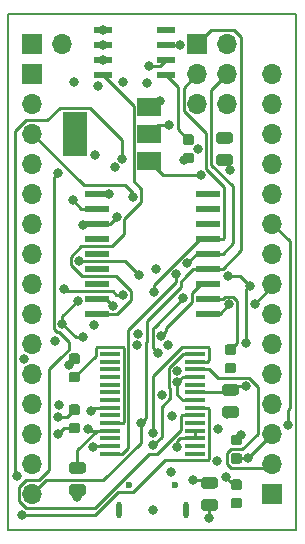
<source format=gbr>
%TF.GenerationSoftware,KiCad,Pcbnew,(5.0.2)-1*%
%TF.CreationDate,2020-12-10T22:03:50+01:00*%
%TF.ProjectId,canduino,63616e64-7569-46e6-9f2e-6b696361645f,rev?*%
%TF.SameCoordinates,Original*%
%TF.FileFunction,Copper,L4,Bot*%
%TF.FilePolarity,Positive*%
%FSLAX46Y46*%
G04 Gerber Fmt 4.6, Leading zero omitted, Abs format (unit mm)*
G04 Created by KiCad (PCBNEW (5.0.2)-1) date 10.12.2020 22:03:50*
%MOMM*%
%LPD*%
G01*
G04 APERTURE LIST*
%ADD10C,0.200000*%
%ADD11O,1.700000X1.700000*%
%ADD12R,1.700000X1.700000*%
%ADD13C,0.100000*%
%ADD14C,0.975000*%
%ADD15C,0.875000*%
%ADD16C,0.600000*%
%ADD17O,0.450000X1.450000*%
%ADD18R,2.000000X0.600000*%
%ADD19R,1.550000X0.600000*%
%ADD20R,2.000000X3.800000*%
%ADD21R,2.000000X1.500000*%
%ADD22R,1.750000X0.450000*%
%ADD23C,0.800000*%
%ADD24C,0.250000*%
G04 APERTURE END LIST*
D10*
X76708000Y-63500000D02*
X101092000Y-63500000D01*
X76708000Y-107188000D02*
X76708000Y-63500000D01*
X101092000Y-107188000D02*
X76708000Y-107188000D01*
X101092000Y-63500000D02*
X101092000Y-107188000D01*
D11*
X99060000Y-68580000D03*
X99060000Y-71120000D03*
X99060000Y-73660000D03*
X99060000Y-76200000D03*
X99060000Y-78740000D03*
X99060000Y-81280000D03*
X99060000Y-83820000D03*
X99060000Y-86360000D03*
X99060000Y-88900000D03*
X99060000Y-91440000D03*
X99060000Y-93980000D03*
X99060000Y-96520000D03*
X99060000Y-99060000D03*
X99060000Y-101600000D03*
D12*
X99060000Y-104140000D03*
X78740000Y-68580000D03*
D11*
X78740000Y-71120000D03*
X78740000Y-73660000D03*
X78740000Y-76200000D03*
X78740000Y-78740000D03*
X78740000Y-81280000D03*
X78740000Y-83820000D03*
X78740000Y-86360000D03*
X78740000Y-88900000D03*
X78740000Y-91440000D03*
X78740000Y-93980000D03*
X78740000Y-96520000D03*
X78740000Y-99060000D03*
X78740000Y-101600000D03*
X78740000Y-104140000D03*
D13*
G36*
X95476142Y-75381174D02*
X95499803Y-75384684D01*
X95523007Y-75390496D01*
X95545529Y-75398554D01*
X95567153Y-75408782D01*
X95587670Y-75421079D01*
X95606883Y-75435329D01*
X95624607Y-75451393D01*
X95640671Y-75469117D01*
X95654921Y-75488330D01*
X95667218Y-75508847D01*
X95677446Y-75530471D01*
X95685504Y-75552993D01*
X95691316Y-75576197D01*
X95694826Y-75599858D01*
X95696000Y-75623750D01*
X95696000Y-76111250D01*
X95694826Y-76135142D01*
X95691316Y-76158803D01*
X95685504Y-76182007D01*
X95677446Y-76204529D01*
X95667218Y-76226153D01*
X95654921Y-76246670D01*
X95640671Y-76265883D01*
X95624607Y-76283607D01*
X95606883Y-76299671D01*
X95587670Y-76313921D01*
X95567153Y-76326218D01*
X95545529Y-76336446D01*
X95523007Y-76344504D01*
X95499803Y-76350316D01*
X95476142Y-76353826D01*
X95452250Y-76355000D01*
X94539750Y-76355000D01*
X94515858Y-76353826D01*
X94492197Y-76350316D01*
X94468993Y-76344504D01*
X94446471Y-76336446D01*
X94424847Y-76326218D01*
X94404330Y-76313921D01*
X94385117Y-76299671D01*
X94367393Y-76283607D01*
X94351329Y-76265883D01*
X94337079Y-76246670D01*
X94324782Y-76226153D01*
X94314554Y-76204529D01*
X94306496Y-76182007D01*
X94300684Y-76158803D01*
X94297174Y-76135142D01*
X94296000Y-76111250D01*
X94296000Y-75623750D01*
X94297174Y-75599858D01*
X94300684Y-75576197D01*
X94306496Y-75552993D01*
X94314554Y-75530471D01*
X94324782Y-75508847D01*
X94337079Y-75488330D01*
X94351329Y-75469117D01*
X94367393Y-75451393D01*
X94385117Y-75435329D01*
X94404330Y-75421079D01*
X94424847Y-75408782D01*
X94446471Y-75398554D01*
X94468993Y-75390496D01*
X94492197Y-75384684D01*
X94515858Y-75381174D01*
X94539750Y-75380000D01*
X95452250Y-75380000D01*
X95476142Y-75381174D01*
X95476142Y-75381174D01*
G37*
D14*
X94996000Y-75867500D03*
D13*
G36*
X95476142Y-73506174D02*
X95499803Y-73509684D01*
X95523007Y-73515496D01*
X95545529Y-73523554D01*
X95567153Y-73533782D01*
X95587670Y-73546079D01*
X95606883Y-73560329D01*
X95624607Y-73576393D01*
X95640671Y-73594117D01*
X95654921Y-73613330D01*
X95667218Y-73633847D01*
X95677446Y-73655471D01*
X95685504Y-73677993D01*
X95691316Y-73701197D01*
X95694826Y-73724858D01*
X95696000Y-73748750D01*
X95696000Y-74236250D01*
X95694826Y-74260142D01*
X95691316Y-74283803D01*
X95685504Y-74307007D01*
X95677446Y-74329529D01*
X95667218Y-74351153D01*
X95654921Y-74371670D01*
X95640671Y-74390883D01*
X95624607Y-74408607D01*
X95606883Y-74424671D01*
X95587670Y-74438921D01*
X95567153Y-74451218D01*
X95545529Y-74461446D01*
X95523007Y-74469504D01*
X95499803Y-74475316D01*
X95476142Y-74478826D01*
X95452250Y-74480000D01*
X94539750Y-74480000D01*
X94515858Y-74478826D01*
X94492197Y-74475316D01*
X94468993Y-74469504D01*
X94446471Y-74461446D01*
X94424847Y-74451218D01*
X94404330Y-74438921D01*
X94385117Y-74424671D01*
X94367393Y-74408607D01*
X94351329Y-74390883D01*
X94337079Y-74371670D01*
X94324782Y-74351153D01*
X94314554Y-74329529D01*
X94306496Y-74307007D01*
X94300684Y-74283803D01*
X94297174Y-74260142D01*
X94296000Y-74236250D01*
X94296000Y-73748750D01*
X94297174Y-73724858D01*
X94300684Y-73701197D01*
X94306496Y-73677993D01*
X94314554Y-73655471D01*
X94324782Y-73633847D01*
X94337079Y-73613330D01*
X94351329Y-73594117D01*
X94367393Y-73576393D01*
X94385117Y-73560329D01*
X94404330Y-73546079D01*
X94424847Y-73533782D01*
X94446471Y-73523554D01*
X94468993Y-73515496D01*
X94492197Y-73509684D01*
X94515858Y-73506174D01*
X94539750Y-73505000D01*
X95452250Y-73505000D01*
X95476142Y-73506174D01*
X95476142Y-73506174D01*
G37*
D14*
X94996000Y-73992500D03*
D13*
G36*
X96289691Y-100706553D02*
X96310926Y-100709703D01*
X96331750Y-100714919D01*
X96351962Y-100722151D01*
X96371368Y-100731330D01*
X96389781Y-100742366D01*
X96407024Y-100755154D01*
X96422930Y-100769570D01*
X96437346Y-100785476D01*
X96450134Y-100802719D01*
X96461170Y-100821132D01*
X96470349Y-100840538D01*
X96477581Y-100860750D01*
X96482797Y-100881574D01*
X96485947Y-100902809D01*
X96487000Y-100924250D01*
X96487000Y-101361750D01*
X96485947Y-101383191D01*
X96482797Y-101404426D01*
X96477581Y-101425250D01*
X96470349Y-101445462D01*
X96461170Y-101464868D01*
X96450134Y-101483281D01*
X96437346Y-101500524D01*
X96422930Y-101516430D01*
X96407024Y-101530846D01*
X96389781Y-101543634D01*
X96371368Y-101554670D01*
X96351962Y-101563849D01*
X96331750Y-101571081D01*
X96310926Y-101576297D01*
X96289691Y-101579447D01*
X96268250Y-101580500D01*
X95755750Y-101580500D01*
X95734309Y-101579447D01*
X95713074Y-101576297D01*
X95692250Y-101571081D01*
X95672038Y-101563849D01*
X95652632Y-101554670D01*
X95634219Y-101543634D01*
X95616976Y-101530846D01*
X95601070Y-101516430D01*
X95586654Y-101500524D01*
X95573866Y-101483281D01*
X95562830Y-101464868D01*
X95553651Y-101445462D01*
X95546419Y-101425250D01*
X95541203Y-101404426D01*
X95538053Y-101383191D01*
X95537000Y-101361750D01*
X95537000Y-100924250D01*
X95538053Y-100902809D01*
X95541203Y-100881574D01*
X95546419Y-100860750D01*
X95553651Y-100840538D01*
X95562830Y-100821132D01*
X95573866Y-100802719D01*
X95586654Y-100785476D01*
X95601070Y-100769570D01*
X95616976Y-100755154D01*
X95634219Y-100742366D01*
X95652632Y-100731330D01*
X95672038Y-100722151D01*
X95692250Y-100714919D01*
X95713074Y-100709703D01*
X95734309Y-100706553D01*
X95755750Y-100705500D01*
X96268250Y-100705500D01*
X96289691Y-100706553D01*
X96289691Y-100706553D01*
G37*
D15*
X96012000Y-101143000D03*
D13*
G36*
X96289691Y-99131553D02*
X96310926Y-99134703D01*
X96331750Y-99139919D01*
X96351962Y-99147151D01*
X96371368Y-99156330D01*
X96389781Y-99167366D01*
X96407024Y-99180154D01*
X96422930Y-99194570D01*
X96437346Y-99210476D01*
X96450134Y-99227719D01*
X96461170Y-99246132D01*
X96470349Y-99265538D01*
X96477581Y-99285750D01*
X96482797Y-99306574D01*
X96485947Y-99327809D01*
X96487000Y-99349250D01*
X96487000Y-99786750D01*
X96485947Y-99808191D01*
X96482797Y-99829426D01*
X96477581Y-99850250D01*
X96470349Y-99870462D01*
X96461170Y-99889868D01*
X96450134Y-99908281D01*
X96437346Y-99925524D01*
X96422930Y-99941430D01*
X96407024Y-99955846D01*
X96389781Y-99968634D01*
X96371368Y-99979670D01*
X96351962Y-99988849D01*
X96331750Y-99996081D01*
X96310926Y-100001297D01*
X96289691Y-100004447D01*
X96268250Y-100005500D01*
X95755750Y-100005500D01*
X95734309Y-100004447D01*
X95713074Y-100001297D01*
X95692250Y-99996081D01*
X95672038Y-99988849D01*
X95652632Y-99979670D01*
X95634219Y-99968634D01*
X95616976Y-99955846D01*
X95601070Y-99941430D01*
X95586654Y-99925524D01*
X95573866Y-99908281D01*
X95562830Y-99889868D01*
X95553651Y-99870462D01*
X95546419Y-99850250D01*
X95541203Y-99829426D01*
X95538053Y-99808191D01*
X95537000Y-99786750D01*
X95537000Y-99349250D01*
X95538053Y-99327809D01*
X95541203Y-99306574D01*
X95546419Y-99285750D01*
X95553651Y-99265538D01*
X95562830Y-99246132D01*
X95573866Y-99227719D01*
X95586654Y-99210476D01*
X95601070Y-99194570D01*
X95616976Y-99180154D01*
X95634219Y-99167366D01*
X95652632Y-99156330D01*
X95672038Y-99147151D01*
X95692250Y-99139919D01*
X95713074Y-99134703D01*
X95734309Y-99131553D01*
X95755750Y-99130500D01*
X96268250Y-99130500D01*
X96289691Y-99131553D01*
X96289691Y-99131553D01*
G37*
D15*
X96012000Y-99568000D03*
D13*
G36*
X83030142Y-101446174D02*
X83053803Y-101449684D01*
X83077007Y-101455496D01*
X83099529Y-101463554D01*
X83121153Y-101473782D01*
X83141670Y-101486079D01*
X83160883Y-101500329D01*
X83178607Y-101516393D01*
X83194671Y-101534117D01*
X83208921Y-101553330D01*
X83221218Y-101573847D01*
X83231446Y-101595471D01*
X83239504Y-101617993D01*
X83245316Y-101641197D01*
X83248826Y-101664858D01*
X83250000Y-101688750D01*
X83250000Y-102176250D01*
X83248826Y-102200142D01*
X83245316Y-102223803D01*
X83239504Y-102247007D01*
X83231446Y-102269529D01*
X83221218Y-102291153D01*
X83208921Y-102311670D01*
X83194671Y-102330883D01*
X83178607Y-102348607D01*
X83160883Y-102364671D01*
X83141670Y-102378921D01*
X83121153Y-102391218D01*
X83099529Y-102401446D01*
X83077007Y-102409504D01*
X83053803Y-102415316D01*
X83030142Y-102418826D01*
X83006250Y-102420000D01*
X82093750Y-102420000D01*
X82069858Y-102418826D01*
X82046197Y-102415316D01*
X82022993Y-102409504D01*
X82000471Y-102401446D01*
X81978847Y-102391218D01*
X81958330Y-102378921D01*
X81939117Y-102364671D01*
X81921393Y-102348607D01*
X81905329Y-102330883D01*
X81891079Y-102311670D01*
X81878782Y-102291153D01*
X81868554Y-102269529D01*
X81860496Y-102247007D01*
X81854684Y-102223803D01*
X81851174Y-102200142D01*
X81850000Y-102176250D01*
X81850000Y-101688750D01*
X81851174Y-101664858D01*
X81854684Y-101641197D01*
X81860496Y-101617993D01*
X81868554Y-101595471D01*
X81878782Y-101573847D01*
X81891079Y-101553330D01*
X81905329Y-101534117D01*
X81921393Y-101516393D01*
X81939117Y-101500329D01*
X81958330Y-101486079D01*
X81978847Y-101473782D01*
X82000471Y-101463554D01*
X82022993Y-101455496D01*
X82046197Y-101449684D01*
X82069858Y-101446174D01*
X82093750Y-101445000D01*
X83006250Y-101445000D01*
X83030142Y-101446174D01*
X83030142Y-101446174D01*
G37*
D14*
X82550000Y-101932500D03*
D13*
G36*
X83030142Y-103321174D02*
X83053803Y-103324684D01*
X83077007Y-103330496D01*
X83099529Y-103338554D01*
X83121153Y-103348782D01*
X83141670Y-103361079D01*
X83160883Y-103375329D01*
X83178607Y-103391393D01*
X83194671Y-103409117D01*
X83208921Y-103428330D01*
X83221218Y-103448847D01*
X83231446Y-103470471D01*
X83239504Y-103492993D01*
X83245316Y-103516197D01*
X83248826Y-103539858D01*
X83250000Y-103563750D01*
X83250000Y-104051250D01*
X83248826Y-104075142D01*
X83245316Y-104098803D01*
X83239504Y-104122007D01*
X83231446Y-104144529D01*
X83221218Y-104166153D01*
X83208921Y-104186670D01*
X83194671Y-104205883D01*
X83178607Y-104223607D01*
X83160883Y-104239671D01*
X83141670Y-104253921D01*
X83121153Y-104266218D01*
X83099529Y-104276446D01*
X83077007Y-104284504D01*
X83053803Y-104290316D01*
X83030142Y-104293826D01*
X83006250Y-104295000D01*
X82093750Y-104295000D01*
X82069858Y-104293826D01*
X82046197Y-104290316D01*
X82022993Y-104284504D01*
X82000471Y-104276446D01*
X81978847Y-104266218D01*
X81958330Y-104253921D01*
X81939117Y-104239671D01*
X81921393Y-104223607D01*
X81905329Y-104205883D01*
X81891079Y-104186670D01*
X81878782Y-104166153D01*
X81868554Y-104144529D01*
X81860496Y-104122007D01*
X81854684Y-104098803D01*
X81851174Y-104075142D01*
X81850000Y-104051250D01*
X81850000Y-103563750D01*
X81851174Y-103539858D01*
X81854684Y-103516197D01*
X81860496Y-103492993D01*
X81868554Y-103470471D01*
X81878782Y-103448847D01*
X81891079Y-103428330D01*
X81905329Y-103409117D01*
X81921393Y-103391393D01*
X81939117Y-103375329D01*
X81958330Y-103361079D01*
X81978847Y-103348782D01*
X82000471Y-103338554D01*
X82022993Y-103330496D01*
X82046197Y-103324684D01*
X82069858Y-103321174D01*
X82093750Y-103320000D01*
X83006250Y-103320000D01*
X83030142Y-103321174D01*
X83030142Y-103321174D01*
G37*
D14*
X82550000Y-103807500D03*
D13*
G36*
X95984142Y-96717174D02*
X96007803Y-96720684D01*
X96031007Y-96726496D01*
X96053529Y-96734554D01*
X96075153Y-96744782D01*
X96095670Y-96757079D01*
X96114883Y-96771329D01*
X96132607Y-96787393D01*
X96148671Y-96805117D01*
X96162921Y-96824330D01*
X96175218Y-96844847D01*
X96185446Y-96866471D01*
X96193504Y-96888993D01*
X96199316Y-96912197D01*
X96202826Y-96935858D01*
X96204000Y-96959750D01*
X96204000Y-97447250D01*
X96202826Y-97471142D01*
X96199316Y-97494803D01*
X96193504Y-97518007D01*
X96185446Y-97540529D01*
X96175218Y-97562153D01*
X96162921Y-97582670D01*
X96148671Y-97601883D01*
X96132607Y-97619607D01*
X96114883Y-97635671D01*
X96095670Y-97649921D01*
X96075153Y-97662218D01*
X96053529Y-97672446D01*
X96031007Y-97680504D01*
X96007803Y-97686316D01*
X95984142Y-97689826D01*
X95960250Y-97691000D01*
X95047750Y-97691000D01*
X95023858Y-97689826D01*
X95000197Y-97686316D01*
X94976993Y-97680504D01*
X94954471Y-97672446D01*
X94932847Y-97662218D01*
X94912330Y-97649921D01*
X94893117Y-97635671D01*
X94875393Y-97619607D01*
X94859329Y-97601883D01*
X94845079Y-97582670D01*
X94832782Y-97562153D01*
X94822554Y-97540529D01*
X94814496Y-97518007D01*
X94808684Y-97494803D01*
X94805174Y-97471142D01*
X94804000Y-97447250D01*
X94804000Y-96959750D01*
X94805174Y-96935858D01*
X94808684Y-96912197D01*
X94814496Y-96888993D01*
X94822554Y-96866471D01*
X94832782Y-96844847D01*
X94845079Y-96824330D01*
X94859329Y-96805117D01*
X94875393Y-96787393D01*
X94893117Y-96771329D01*
X94912330Y-96757079D01*
X94932847Y-96744782D01*
X94954471Y-96734554D01*
X94976993Y-96726496D01*
X95000197Y-96720684D01*
X95023858Y-96717174D01*
X95047750Y-96716000D01*
X95960250Y-96716000D01*
X95984142Y-96717174D01*
X95984142Y-96717174D01*
G37*
D14*
X95504000Y-97203500D03*
D13*
G36*
X95984142Y-94842174D02*
X96007803Y-94845684D01*
X96031007Y-94851496D01*
X96053529Y-94859554D01*
X96075153Y-94869782D01*
X96095670Y-94882079D01*
X96114883Y-94896329D01*
X96132607Y-94912393D01*
X96148671Y-94930117D01*
X96162921Y-94949330D01*
X96175218Y-94969847D01*
X96185446Y-94991471D01*
X96193504Y-95013993D01*
X96199316Y-95037197D01*
X96202826Y-95060858D01*
X96204000Y-95084750D01*
X96204000Y-95572250D01*
X96202826Y-95596142D01*
X96199316Y-95619803D01*
X96193504Y-95643007D01*
X96185446Y-95665529D01*
X96175218Y-95687153D01*
X96162921Y-95707670D01*
X96148671Y-95726883D01*
X96132607Y-95744607D01*
X96114883Y-95760671D01*
X96095670Y-95774921D01*
X96075153Y-95787218D01*
X96053529Y-95797446D01*
X96031007Y-95805504D01*
X96007803Y-95811316D01*
X95984142Y-95814826D01*
X95960250Y-95816000D01*
X95047750Y-95816000D01*
X95023858Y-95814826D01*
X95000197Y-95811316D01*
X94976993Y-95805504D01*
X94954471Y-95797446D01*
X94932847Y-95787218D01*
X94912330Y-95774921D01*
X94893117Y-95760671D01*
X94875393Y-95744607D01*
X94859329Y-95726883D01*
X94845079Y-95707670D01*
X94832782Y-95687153D01*
X94822554Y-95665529D01*
X94814496Y-95643007D01*
X94808684Y-95619803D01*
X94805174Y-95596142D01*
X94804000Y-95572250D01*
X94804000Y-95084750D01*
X94805174Y-95060858D01*
X94808684Y-95037197D01*
X94814496Y-95013993D01*
X94822554Y-94991471D01*
X94832782Y-94969847D01*
X94845079Y-94949330D01*
X94859329Y-94930117D01*
X94875393Y-94912393D01*
X94893117Y-94896329D01*
X94912330Y-94882079D01*
X94932847Y-94869782D01*
X94954471Y-94859554D01*
X94976993Y-94851496D01*
X95000197Y-94845684D01*
X95023858Y-94842174D01*
X95047750Y-94841000D01*
X95960250Y-94841000D01*
X95984142Y-94842174D01*
X95984142Y-94842174D01*
G37*
D14*
X95504000Y-95328500D03*
D13*
G36*
X96289691Y-102916053D02*
X96310926Y-102919203D01*
X96331750Y-102924419D01*
X96351962Y-102931651D01*
X96371368Y-102940830D01*
X96389781Y-102951866D01*
X96407024Y-102964654D01*
X96422930Y-102979070D01*
X96437346Y-102994976D01*
X96450134Y-103012219D01*
X96461170Y-103030632D01*
X96470349Y-103050038D01*
X96477581Y-103070250D01*
X96482797Y-103091074D01*
X96485947Y-103112309D01*
X96487000Y-103133750D01*
X96487000Y-103571250D01*
X96485947Y-103592691D01*
X96482797Y-103613926D01*
X96477581Y-103634750D01*
X96470349Y-103654962D01*
X96461170Y-103674368D01*
X96450134Y-103692781D01*
X96437346Y-103710024D01*
X96422930Y-103725930D01*
X96407024Y-103740346D01*
X96389781Y-103753134D01*
X96371368Y-103764170D01*
X96351962Y-103773349D01*
X96331750Y-103780581D01*
X96310926Y-103785797D01*
X96289691Y-103788947D01*
X96268250Y-103790000D01*
X95755750Y-103790000D01*
X95734309Y-103788947D01*
X95713074Y-103785797D01*
X95692250Y-103780581D01*
X95672038Y-103773349D01*
X95652632Y-103764170D01*
X95634219Y-103753134D01*
X95616976Y-103740346D01*
X95601070Y-103725930D01*
X95586654Y-103710024D01*
X95573866Y-103692781D01*
X95562830Y-103674368D01*
X95553651Y-103654962D01*
X95546419Y-103634750D01*
X95541203Y-103613926D01*
X95538053Y-103592691D01*
X95537000Y-103571250D01*
X95537000Y-103133750D01*
X95538053Y-103112309D01*
X95541203Y-103091074D01*
X95546419Y-103070250D01*
X95553651Y-103050038D01*
X95562830Y-103030632D01*
X95573866Y-103012219D01*
X95586654Y-102994976D01*
X95601070Y-102979070D01*
X95616976Y-102964654D01*
X95634219Y-102951866D01*
X95652632Y-102940830D01*
X95672038Y-102931651D01*
X95692250Y-102924419D01*
X95713074Y-102919203D01*
X95734309Y-102916053D01*
X95755750Y-102915000D01*
X96268250Y-102915000D01*
X96289691Y-102916053D01*
X96289691Y-102916053D01*
G37*
D15*
X96012000Y-103352500D03*
D13*
G36*
X96289691Y-104491053D02*
X96310926Y-104494203D01*
X96331750Y-104499419D01*
X96351962Y-104506651D01*
X96371368Y-104515830D01*
X96389781Y-104526866D01*
X96407024Y-104539654D01*
X96422930Y-104554070D01*
X96437346Y-104569976D01*
X96450134Y-104587219D01*
X96461170Y-104605632D01*
X96470349Y-104625038D01*
X96477581Y-104645250D01*
X96482797Y-104666074D01*
X96485947Y-104687309D01*
X96487000Y-104708750D01*
X96487000Y-105146250D01*
X96485947Y-105167691D01*
X96482797Y-105188926D01*
X96477581Y-105209750D01*
X96470349Y-105229962D01*
X96461170Y-105249368D01*
X96450134Y-105267781D01*
X96437346Y-105285024D01*
X96422930Y-105300930D01*
X96407024Y-105315346D01*
X96389781Y-105328134D01*
X96371368Y-105339170D01*
X96351962Y-105348349D01*
X96331750Y-105355581D01*
X96310926Y-105360797D01*
X96289691Y-105363947D01*
X96268250Y-105365000D01*
X95755750Y-105365000D01*
X95734309Y-105363947D01*
X95713074Y-105360797D01*
X95692250Y-105355581D01*
X95672038Y-105348349D01*
X95652632Y-105339170D01*
X95634219Y-105328134D01*
X95616976Y-105315346D01*
X95601070Y-105300930D01*
X95586654Y-105285024D01*
X95573866Y-105267781D01*
X95562830Y-105249368D01*
X95553651Y-105229962D01*
X95546419Y-105209750D01*
X95541203Y-105188926D01*
X95538053Y-105167691D01*
X95537000Y-105146250D01*
X95537000Y-104708750D01*
X95538053Y-104687309D01*
X95541203Y-104666074D01*
X95546419Y-104645250D01*
X95553651Y-104625038D01*
X95562830Y-104605632D01*
X95573866Y-104587219D01*
X95586654Y-104569976D01*
X95601070Y-104554070D01*
X95616976Y-104539654D01*
X95634219Y-104526866D01*
X95652632Y-104515830D01*
X95672038Y-104506651D01*
X95692250Y-104499419D01*
X95713074Y-104494203D01*
X95734309Y-104491053D01*
X95755750Y-104490000D01*
X96268250Y-104490000D01*
X96289691Y-104491053D01*
X96289691Y-104491053D01*
G37*
D15*
X96012000Y-104927500D03*
D13*
G36*
X82573691Y-98141053D02*
X82594926Y-98144203D01*
X82615750Y-98149419D01*
X82635962Y-98156651D01*
X82655368Y-98165830D01*
X82673781Y-98176866D01*
X82691024Y-98189654D01*
X82706930Y-98204070D01*
X82721346Y-98219976D01*
X82734134Y-98237219D01*
X82745170Y-98255632D01*
X82754349Y-98275038D01*
X82761581Y-98295250D01*
X82766797Y-98316074D01*
X82769947Y-98337309D01*
X82771000Y-98358750D01*
X82771000Y-98796250D01*
X82769947Y-98817691D01*
X82766797Y-98838926D01*
X82761581Y-98859750D01*
X82754349Y-98879962D01*
X82745170Y-98899368D01*
X82734134Y-98917781D01*
X82721346Y-98935024D01*
X82706930Y-98950930D01*
X82691024Y-98965346D01*
X82673781Y-98978134D01*
X82655368Y-98989170D01*
X82635962Y-98998349D01*
X82615750Y-99005581D01*
X82594926Y-99010797D01*
X82573691Y-99013947D01*
X82552250Y-99015000D01*
X82039750Y-99015000D01*
X82018309Y-99013947D01*
X81997074Y-99010797D01*
X81976250Y-99005581D01*
X81956038Y-98998349D01*
X81936632Y-98989170D01*
X81918219Y-98978134D01*
X81900976Y-98965346D01*
X81885070Y-98950930D01*
X81870654Y-98935024D01*
X81857866Y-98917781D01*
X81846830Y-98899368D01*
X81837651Y-98879962D01*
X81830419Y-98859750D01*
X81825203Y-98838926D01*
X81822053Y-98817691D01*
X81821000Y-98796250D01*
X81821000Y-98358750D01*
X81822053Y-98337309D01*
X81825203Y-98316074D01*
X81830419Y-98295250D01*
X81837651Y-98275038D01*
X81846830Y-98255632D01*
X81857866Y-98237219D01*
X81870654Y-98219976D01*
X81885070Y-98204070D01*
X81900976Y-98189654D01*
X81918219Y-98176866D01*
X81936632Y-98165830D01*
X81956038Y-98156651D01*
X81976250Y-98149419D01*
X81997074Y-98144203D01*
X82018309Y-98141053D01*
X82039750Y-98140000D01*
X82552250Y-98140000D01*
X82573691Y-98141053D01*
X82573691Y-98141053D01*
G37*
D15*
X82296000Y-98577500D03*
D13*
G36*
X82573691Y-96566053D02*
X82594926Y-96569203D01*
X82615750Y-96574419D01*
X82635962Y-96581651D01*
X82655368Y-96590830D01*
X82673781Y-96601866D01*
X82691024Y-96614654D01*
X82706930Y-96629070D01*
X82721346Y-96644976D01*
X82734134Y-96662219D01*
X82745170Y-96680632D01*
X82754349Y-96700038D01*
X82761581Y-96720250D01*
X82766797Y-96741074D01*
X82769947Y-96762309D01*
X82771000Y-96783750D01*
X82771000Y-97221250D01*
X82769947Y-97242691D01*
X82766797Y-97263926D01*
X82761581Y-97284750D01*
X82754349Y-97304962D01*
X82745170Y-97324368D01*
X82734134Y-97342781D01*
X82721346Y-97360024D01*
X82706930Y-97375930D01*
X82691024Y-97390346D01*
X82673781Y-97403134D01*
X82655368Y-97414170D01*
X82635962Y-97423349D01*
X82615750Y-97430581D01*
X82594926Y-97435797D01*
X82573691Y-97438947D01*
X82552250Y-97440000D01*
X82039750Y-97440000D01*
X82018309Y-97438947D01*
X81997074Y-97435797D01*
X81976250Y-97430581D01*
X81956038Y-97423349D01*
X81936632Y-97414170D01*
X81918219Y-97403134D01*
X81900976Y-97390346D01*
X81885070Y-97375930D01*
X81870654Y-97360024D01*
X81857866Y-97342781D01*
X81846830Y-97324368D01*
X81837651Y-97304962D01*
X81830419Y-97284750D01*
X81825203Y-97263926D01*
X81822053Y-97242691D01*
X81821000Y-97221250D01*
X81821000Y-96783750D01*
X81822053Y-96762309D01*
X81825203Y-96741074D01*
X81830419Y-96720250D01*
X81837651Y-96700038D01*
X81846830Y-96680632D01*
X81857866Y-96662219D01*
X81870654Y-96644976D01*
X81885070Y-96629070D01*
X81900976Y-96614654D01*
X81918219Y-96601866D01*
X81936632Y-96590830D01*
X81956038Y-96581651D01*
X81976250Y-96574419D01*
X81997074Y-96569203D01*
X82018309Y-96566053D01*
X82039750Y-96565000D01*
X82552250Y-96565000D01*
X82573691Y-96566053D01*
X82573691Y-96566053D01*
G37*
D15*
X82296000Y-97002500D03*
D13*
G36*
X94206142Y-102716174D02*
X94229803Y-102719684D01*
X94253007Y-102725496D01*
X94275529Y-102733554D01*
X94297153Y-102743782D01*
X94317670Y-102756079D01*
X94336883Y-102770329D01*
X94354607Y-102786393D01*
X94370671Y-102804117D01*
X94384921Y-102823330D01*
X94397218Y-102843847D01*
X94407446Y-102865471D01*
X94415504Y-102887993D01*
X94421316Y-102911197D01*
X94424826Y-102934858D01*
X94426000Y-102958750D01*
X94426000Y-103446250D01*
X94424826Y-103470142D01*
X94421316Y-103493803D01*
X94415504Y-103517007D01*
X94407446Y-103539529D01*
X94397218Y-103561153D01*
X94384921Y-103581670D01*
X94370671Y-103600883D01*
X94354607Y-103618607D01*
X94336883Y-103634671D01*
X94317670Y-103648921D01*
X94297153Y-103661218D01*
X94275529Y-103671446D01*
X94253007Y-103679504D01*
X94229803Y-103685316D01*
X94206142Y-103688826D01*
X94182250Y-103690000D01*
X93269750Y-103690000D01*
X93245858Y-103688826D01*
X93222197Y-103685316D01*
X93198993Y-103679504D01*
X93176471Y-103671446D01*
X93154847Y-103661218D01*
X93134330Y-103648921D01*
X93115117Y-103634671D01*
X93097393Y-103618607D01*
X93081329Y-103600883D01*
X93067079Y-103581670D01*
X93054782Y-103561153D01*
X93044554Y-103539529D01*
X93036496Y-103517007D01*
X93030684Y-103493803D01*
X93027174Y-103470142D01*
X93026000Y-103446250D01*
X93026000Y-102958750D01*
X93027174Y-102934858D01*
X93030684Y-102911197D01*
X93036496Y-102887993D01*
X93044554Y-102865471D01*
X93054782Y-102843847D01*
X93067079Y-102823330D01*
X93081329Y-102804117D01*
X93097393Y-102786393D01*
X93115117Y-102770329D01*
X93134330Y-102756079D01*
X93154847Y-102743782D01*
X93176471Y-102733554D01*
X93198993Y-102725496D01*
X93222197Y-102719684D01*
X93245858Y-102716174D01*
X93269750Y-102715000D01*
X94182250Y-102715000D01*
X94206142Y-102716174D01*
X94206142Y-102716174D01*
G37*
D14*
X93726000Y-103202500D03*
D13*
G36*
X94206142Y-104591174D02*
X94229803Y-104594684D01*
X94253007Y-104600496D01*
X94275529Y-104608554D01*
X94297153Y-104618782D01*
X94317670Y-104631079D01*
X94336883Y-104645329D01*
X94354607Y-104661393D01*
X94370671Y-104679117D01*
X94384921Y-104698330D01*
X94397218Y-104718847D01*
X94407446Y-104740471D01*
X94415504Y-104762993D01*
X94421316Y-104786197D01*
X94424826Y-104809858D01*
X94426000Y-104833750D01*
X94426000Y-105321250D01*
X94424826Y-105345142D01*
X94421316Y-105368803D01*
X94415504Y-105392007D01*
X94407446Y-105414529D01*
X94397218Y-105436153D01*
X94384921Y-105456670D01*
X94370671Y-105475883D01*
X94354607Y-105493607D01*
X94336883Y-105509671D01*
X94317670Y-105523921D01*
X94297153Y-105536218D01*
X94275529Y-105546446D01*
X94253007Y-105554504D01*
X94229803Y-105560316D01*
X94206142Y-105563826D01*
X94182250Y-105565000D01*
X93269750Y-105565000D01*
X93245858Y-105563826D01*
X93222197Y-105560316D01*
X93198993Y-105554504D01*
X93176471Y-105546446D01*
X93154847Y-105536218D01*
X93134330Y-105523921D01*
X93115117Y-105509671D01*
X93097393Y-105493607D01*
X93081329Y-105475883D01*
X93067079Y-105456670D01*
X93054782Y-105436153D01*
X93044554Y-105414529D01*
X93036496Y-105392007D01*
X93030684Y-105368803D01*
X93027174Y-105345142D01*
X93026000Y-105321250D01*
X93026000Y-104833750D01*
X93027174Y-104809858D01*
X93030684Y-104786197D01*
X93036496Y-104762993D01*
X93044554Y-104740471D01*
X93054782Y-104718847D01*
X93067079Y-104698330D01*
X93081329Y-104679117D01*
X93097393Y-104661393D01*
X93115117Y-104645329D01*
X93134330Y-104631079D01*
X93154847Y-104618782D01*
X93176471Y-104608554D01*
X93198993Y-104600496D01*
X93222197Y-104594684D01*
X93245858Y-104591174D01*
X93269750Y-104590000D01*
X94182250Y-104590000D01*
X94206142Y-104591174D01*
X94206142Y-104591174D01*
G37*
D14*
X93726000Y-105077500D03*
D12*
X92710000Y-66040000D03*
D11*
X95250000Y-66040000D03*
X92710000Y-68580000D03*
X95250000Y-68580000D03*
X92710000Y-71120000D03*
X95250000Y-71120000D03*
D16*
X86950000Y-103395000D03*
X90850000Y-103395000D03*
D17*
X86075000Y-105545000D03*
X91725000Y-105545000D03*
D12*
X78740000Y-66040000D03*
D11*
X81280000Y-66040000D03*
D13*
G36*
X95781691Y-91486053D02*
X95802926Y-91489203D01*
X95823750Y-91494419D01*
X95843962Y-91501651D01*
X95863368Y-91510830D01*
X95881781Y-91521866D01*
X95899024Y-91534654D01*
X95914930Y-91549070D01*
X95929346Y-91564976D01*
X95942134Y-91582219D01*
X95953170Y-91600632D01*
X95962349Y-91620038D01*
X95969581Y-91640250D01*
X95974797Y-91661074D01*
X95977947Y-91682309D01*
X95979000Y-91703750D01*
X95979000Y-92141250D01*
X95977947Y-92162691D01*
X95974797Y-92183926D01*
X95969581Y-92204750D01*
X95962349Y-92224962D01*
X95953170Y-92244368D01*
X95942134Y-92262781D01*
X95929346Y-92280024D01*
X95914930Y-92295930D01*
X95899024Y-92310346D01*
X95881781Y-92323134D01*
X95863368Y-92334170D01*
X95843962Y-92343349D01*
X95823750Y-92350581D01*
X95802926Y-92355797D01*
X95781691Y-92358947D01*
X95760250Y-92360000D01*
X95247750Y-92360000D01*
X95226309Y-92358947D01*
X95205074Y-92355797D01*
X95184250Y-92350581D01*
X95164038Y-92343349D01*
X95144632Y-92334170D01*
X95126219Y-92323134D01*
X95108976Y-92310346D01*
X95093070Y-92295930D01*
X95078654Y-92280024D01*
X95065866Y-92262781D01*
X95054830Y-92244368D01*
X95045651Y-92224962D01*
X95038419Y-92204750D01*
X95033203Y-92183926D01*
X95030053Y-92162691D01*
X95029000Y-92141250D01*
X95029000Y-91703750D01*
X95030053Y-91682309D01*
X95033203Y-91661074D01*
X95038419Y-91640250D01*
X95045651Y-91620038D01*
X95054830Y-91600632D01*
X95065866Y-91582219D01*
X95078654Y-91564976D01*
X95093070Y-91549070D01*
X95108976Y-91534654D01*
X95126219Y-91521866D01*
X95144632Y-91510830D01*
X95164038Y-91501651D01*
X95184250Y-91494419D01*
X95205074Y-91489203D01*
X95226309Y-91486053D01*
X95247750Y-91485000D01*
X95760250Y-91485000D01*
X95781691Y-91486053D01*
X95781691Y-91486053D01*
G37*
D15*
X95504000Y-91922500D03*
D13*
G36*
X95781691Y-93061053D02*
X95802926Y-93064203D01*
X95823750Y-93069419D01*
X95843962Y-93076651D01*
X95863368Y-93085830D01*
X95881781Y-93096866D01*
X95899024Y-93109654D01*
X95914930Y-93124070D01*
X95929346Y-93139976D01*
X95942134Y-93157219D01*
X95953170Y-93175632D01*
X95962349Y-93195038D01*
X95969581Y-93215250D01*
X95974797Y-93236074D01*
X95977947Y-93257309D01*
X95979000Y-93278750D01*
X95979000Y-93716250D01*
X95977947Y-93737691D01*
X95974797Y-93758926D01*
X95969581Y-93779750D01*
X95962349Y-93799962D01*
X95953170Y-93819368D01*
X95942134Y-93837781D01*
X95929346Y-93855024D01*
X95914930Y-93870930D01*
X95899024Y-93885346D01*
X95881781Y-93898134D01*
X95863368Y-93909170D01*
X95843962Y-93918349D01*
X95823750Y-93925581D01*
X95802926Y-93930797D01*
X95781691Y-93933947D01*
X95760250Y-93935000D01*
X95247750Y-93935000D01*
X95226309Y-93933947D01*
X95205074Y-93930797D01*
X95184250Y-93925581D01*
X95164038Y-93918349D01*
X95144632Y-93909170D01*
X95126219Y-93898134D01*
X95108976Y-93885346D01*
X95093070Y-93870930D01*
X95078654Y-93855024D01*
X95065866Y-93837781D01*
X95054830Y-93819368D01*
X95045651Y-93799962D01*
X95038419Y-93779750D01*
X95033203Y-93758926D01*
X95030053Y-93737691D01*
X95029000Y-93716250D01*
X95029000Y-93278750D01*
X95030053Y-93257309D01*
X95033203Y-93236074D01*
X95038419Y-93215250D01*
X95045651Y-93195038D01*
X95054830Y-93175632D01*
X95065866Y-93157219D01*
X95078654Y-93139976D01*
X95093070Y-93124070D01*
X95108976Y-93109654D01*
X95126219Y-93096866D01*
X95144632Y-93085830D01*
X95164038Y-93076651D01*
X95184250Y-93069419D01*
X95205074Y-93064203D01*
X95226309Y-93061053D01*
X95247750Y-93060000D01*
X95760250Y-93060000D01*
X95781691Y-93061053D01*
X95781691Y-93061053D01*
G37*
D15*
X95504000Y-93497500D03*
D13*
G36*
X92225691Y-75281053D02*
X92246926Y-75284203D01*
X92267750Y-75289419D01*
X92287962Y-75296651D01*
X92307368Y-75305830D01*
X92325781Y-75316866D01*
X92343024Y-75329654D01*
X92358930Y-75344070D01*
X92373346Y-75359976D01*
X92386134Y-75377219D01*
X92397170Y-75395632D01*
X92406349Y-75415038D01*
X92413581Y-75435250D01*
X92418797Y-75456074D01*
X92421947Y-75477309D01*
X92423000Y-75498750D01*
X92423000Y-75936250D01*
X92421947Y-75957691D01*
X92418797Y-75978926D01*
X92413581Y-75999750D01*
X92406349Y-76019962D01*
X92397170Y-76039368D01*
X92386134Y-76057781D01*
X92373346Y-76075024D01*
X92358930Y-76090930D01*
X92343024Y-76105346D01*
X92325781Y-76118134D01*
X92307368Y-76129170D01*
X92287962Y-76138349D01*
X92267750Y-76145581D01*
X92246926Y-76150797D01*
X92225691Y-76153947D01*
X92204250Y-76155000D01*
X91691750Y-76155000D01*
X91670309Y-76153947D01*
X91649074Y-76150797D01*
X91628250Y-76145581D01*
X91608038Y-76138349D01*
X91588632Y-76129170D01*
X91570219Y-76118134D01*
X91552976Y-76105346D01*
X91537070Y-76090930D01*
X91522654Y-76075024D01*
X91509866Y-76057781D01*
X91498830Y-76039368D01*
X91489651Y-76019962D01*
X91482419Y-75999750D01*
X91477203Y-75978926D01*
X91474053Y-75957691D01*
X91473000Y-75936250D01*
X91473000Y-75498750D01*
X91474053Y-75477309D01*
X91477203Y-75456074D01*
X91482419Y-75435250D01*
X91489651Y-75415038D01*
X91498830Y-75395632D01*
X91509866Y-75377219D01*
X91522654Y-75359976D01*
X91537070Y-75344070D01*
X91552976Y-75329654D01*
X91570219Y-75316866D01*
X91588632Y-75305830D01*
X91608038Y-75296651D01*
X91628250Y-75289419D01*
X91649074Y-75284203D01*
X91670309Y-75281053D01*
X91691750Y-75280000D01*
X92204250Y-75280000D01*
X92225691Y-75281053D01*
X92225691Y-75281053D01*
G37*
D15*
X91948000Y-75717500D03*
D13*
G36*
X92225691Y-73706053D02*
X92246926Y-73709203D01*
X92267750Y-73714419D01*
X92287962Y-73721651D01*
X92307368Y-73730830D01*
X92325781Y-73741866D01*
X92343024Y-73754654D01*
X92358930Y-73769070D01*
X92373346Y-73784976D01*
X92386134Y-73802219D01*
X92397170Y-73820632D01*
X92406349Y-73840038D01*
X92413581Y-73860250D01*
X92418797Y-73881074D01*
X92421947Y-73902309D01*
X92423000Y-73923750D01*
X92423000Y-74361250D01*
X92421947Y-74382691D01*
X92418797Y-74403926D01*
X92413581Y-74424750D01*
X92406349Y-74444962D01*
X92397170Y-74464368D01*
X92386134Y-74482781D01*
X92373346Y-74500024D01*
X92358930Y-74515930D01*
X92343024Y-74530346D01*
X92325781Y-74543134D01*
X92307368Y-74554170D01*
X92287962Y-74563349D01*
X92267750Y-74570581D01*
X92246926Y-74575797D01*
X92225691Y-74578947D01*
X92204250Y-74580000D01*
X91691750Y-74580000D01*
X91670309Y-74578947D01*
X91649074Y-74575797D01*
X91628250Y-74570581D01*
X91608038Y-74563349D01*
X91588632Y-74554170D01*
X91570219Y-74543134D01*
X91552976Y-74530346D01*
X91537070Y-74515930D01*
X91522654Y-74500024D01*
X91509866Y-74482781D01*
X91498830Y-74464368D01*
X91489651Y-74444962D01*
X91482419Y-74424750D01*
X91477203Y-74403926D01*
X91474053Y-74382691D01*
X91473000Y-74361250D01*
X91473000Y-73923750D01*
X91474053Y-73902309D01*
X91477203Y-73881074D01*
X91482419Y-73860250D01*
X91489651Y-73840038D01*
X91498830Y-73820632D01*
X91509866Y-73802219D01*
X91522654Y-73784976D01*
X91537070Y-73769070D01*
X91552976Y-73754654D01*
X91570219Y-73741866D01*
X91588632Y-73730830D01*
X91608038Y-73721651D01*
X91628250Y-73714419D01*
X91649074Y-73709203D01*
X91670309Y-73706053D01*
X91691750Y-73705000D01*
X92204250Y-73705000D01*
X92225691Y-73706053D01*
X92225691Y-73706053D01*
G37*
D15*
X91948000Y-74142500D03*
D13*
G36*
X82573691Y-92248053D02*
X82594926Y-92251203D01*
X82615750Y-92256419D01*
X82635962Y-92263651D01*
X82655368Y-92272830D01*
X82673781Y-92283866D01*
X82691024Y-92296654D01*
X82706930Y-92311070D01*
X82721346Y-92326976D01*
X82734134Y-92344219D01*
X82745170Y-92362632D01*
X82754349Y-92382038D01*
X82761581Y-92402250D01*
X82766797Y-92423074D01*
X82769947Y-92444309D01*
X82771000Y-92465750D01*
X82771000Y-92903250D01*
X82769947Y-92924691D01*
X82766797Y-92945926D01*
X82761581Y-92966750D01*
X82754349Y-92986962D01*
X82745170Y-93006368D01*
X82734134Y-93024781D01*
X82721346Y-93042024D01*
X82706930Y-93057930D01*
X82691024Y-93072346D01*
X82673781Y-93085134D01*
X82655368Y-93096170D01*
X82635962Y-93105349D01*
X82615750Y-93112581D01*
X82594926Y-93117797D01*
X82573691Y-93120947D01*
X82552250Y-93122000D01*
X82039750Y-93122000D01*
X82018309Y-93120947D01*
X81997074Y-93117797D01*
X81976250Y-93112581D01*
X81956038Y-93105349D01*
X81936632Y-93096170D01*
X81918219Y-93085134D01*
X81900976Y-93072346D01*
X81885070Y-93057930D01*
X81870654Y-93042024D01*
X81857866Y-93024781D01*
X81846830Y-93006368D01*
X81837651Y-92986962D01*
X81830419Y-92966750D01*
X81825203Y-92945926D01*
X81822053Y-92924691D01*
X81821000Y-92903250D01*
X81821000Y-92465750D01*
X81822053Y-92444309D01*
X81825203Y-92423074D01*
X81830419Y-92402250D01*
X81837651Y-92382038D01*
X81846830Y-92362632D01*
X81857866Y-92344219D01*
X81870654Y-92326976D01*
X81885070Y-92311070D01*
X81900976Y-92296654D01*
X81918219Y-92283866D01*
X81936632Y-92272830D01*
X81956038Y-92263651D01*
X81976250Y-92256419D01*
X81997074Y-92251203D01*
X82018309Y-92248053D01*
X82039750Y-92247000D01*
X82552250Y-92247000D01*
X82573691Y-92248053D01*
X82573691Y-92248053D01*
G37*
D15*
X82296000Y-92684500D03*
D13*
G36*
X82573691Y-93823053D02*
X82594926Y-93826203D01*
X82615750Y-93831419D01*
X82635962Y-93838651D01*
X82655368Y-93847830D01*
X82673781Y-93858866D01*
X82691024Y-93871654D01*
X82706930Y-93886070D01*
X82721346Y-93901976D01*
X82734134Y-93919219D01*
X82745170Y-93937632D01*
X82754349Y-93957038D01*
X82761581Y-93977250D01*
X82766797Y-93998074D01*
X82769947Y-94019309D01*
X82771000Y-94040750D01*
X82771000Y-94478250D01*
X82769947Y-94499691D01*
X82766797Y-94520926D01*
X82761581Y-94541750D01*
X82754349Y-94561962D01*
X82745170Y-94581368D01*
X82734134Y-94599781D01*
X82721346Y-94617024D01*
X82706930Y-94632930D01*
X82691024Y-94647346D01*
X82673781Y-94660134D01*
X82655368Y-94671170D01*
X82635962Y-94680349D01*
X82615750Y-94687581D01*
X82594926Y-94692797D01*
X82573691Y-94695947D01*
X82552250Y-94697000D01*
X82039750Y-94697000D01*
X82018309Y-94695947D01*
X81997074Y-94692797D01*
X81976250Y-94687581D01*
X81956038Y-94680349D01*
X81936632Y-94671170D01*
X81918219Y-94660134D01*
X81900976Y-94647346D01*
X81885070Y-94632930D01*
X81870654Y-94617024D01*
X81857866Y-94599781D01*
X81846830Y-94581368D01*
X81837651Y-94561962D01*
X81830419Y-94541750D01*
X81825203Y-94520926D01*
X81822053Y-94499691D01*
X81821000Y-94478250D01*
X81821000Y-94040750D01*
X81822053Y-94019309D01*
X81825203Y-93998074D01*
X81830419Y-93977250D01*
X81837651Y-93957038D01*
X81846830Y-93937632D01*
X81857866Y-93919219D01*
X81870654Y-93901976D01*
X81885070Y-93886070D01*
X81900976Y-93871654D01*
X81918219Y-93858866D01*
X81936632Y-93847830D01*
X81956038Y-93838651D01*
X81976250Y-93831419D01*
X81997074Y-93826203D01*
X82018309Y-93823053D01*
X82039750Y-93822000D01*
X82552250Y-93822000D01*
X82573691Y-93823053D01*
X82573691Y-93823053D01*
G37*
D15*
X82296000Y-94259500D03*
D18*
X84200000Y-88900000D03*
X84200000Y-87630000D03*
X84200000Y-86360000D03*
X84200000Y-85090000D03*
X84200000Y-83820000D03*
X84200000Y-82550000D03*
X84200000Y-81280000D03*
X84200000Y-80010000D03*
X84200000Y-78740000D03*
X93600000Y-78740000D03*
X93600000Y-80010000D03*
X93600000Y-81280000D03*
X93600000Y-82550000D03*
X93600000Y-83820000D03*
X93600000Y-85090000D03*
X93600000Y-86360000D03*
X93600000Y-87630000D03*
X93600000Y-88900000D03*
D19*
X84676000Y-68707000D03*
X84676000Y-67437000D03*
X84676000Y-66167000D03*
X84676000Y-64897000D03*
X90076000Y-64897000D03*
X90076000Y-66167000D03*
X90076000Y-67437000D03*
X90076000Y-68707000D03*
D20*
X82321000Y-73660000D03*
D21*
X88621000Y-73660000D03*
X88621000Y-75960000D03*
X88621000Y-71360000D03*
D22*
X85300000Y-100745000D03*
X85300000Y-100095000D03*
X85300000Y-99445000D03*
X85300000Y-98795000D03*
X85300000Y-98145000D03*
X85300000Y-97495000D03*
X85300000Y-96845000D03*
X85300000Y-96195000D03*
X85300000Y-95545000D03*
X85300000Y-94895000D03*
X85300000Y-94245000D03*
X85300000Y-93595000D03*
X85300000Y-92945000D03*
X85300000Y-92295000D03*
X92500000Y-92295000D03*
X92500000Y-92945000D03*
X92500000Y-93595000D03*
X92500000Y-94245000D03*
X92500000Y-94895000D03*
X92500000Y-95545000D03*
X92500000Y-96195000D03*
X92500000Y-96845000D03*
X92500000Y-97495000D03*
X92500000Y-98145000D03*
X92500000Y-98795000D03*
X92500000Y-99445000D03*
X92500000Y-100095000D03*
X92500000Y-100745000D03*
D23*
X95504000Y-76708000D03*
X85890100Y-80721200D03*
X83058000Y-81352000D03*
X85189060Y-78714600D03*
X84678520Y-67409060D03*
X82278220Y-69301360D03*
X84277200Y-69623940D03*
X86367620Y-69298820D03*
X88447880Y-69364860D03*
X89514680Y-70860920D03*
X91587320Y-75857100D03*
X94942660Y-73936860D03*
X89161620Y-85120480D03*
X80645000Y-91186000D03*
X96047560Y-104922320D03*
X88953340Y-105529380D03*
X91003120Y-94701360D03*
X81026000Y-96647000D03*
X87718900Y-90601800D03*
X83972400Y-89839800D03*
X90439240Y-102283260D03*
X82550000Y-104407500D03*
X83738720Y-97121980D03*
X95250000Y-97395500D03*
X90970100Y-100152200D03*
X96418400Y-99136200D03*
X92786200Y-74980800D03*
X85712300Y-76492100D03*
X82169000Y-79301999D03*
X84693760Y-66136520D03*
X84074000Y-75438000D03*
X90309700Y-72898000D03*
X95415100Y-88074500D03*
X87553800Y-91554300D03*
X95481140Y-93525340D03*
X96799400Y-94983300D03*
X83439000Y-98679000D03*
X90563700Y-97579180D03*
X92329000Y-102997000D03*
X82550000Y-101932500D03*
X83030010Y-90868500D03*
X81280000Y-89740500D03*
X82599998Y-87795148D03*
X93726000Y-106172000D03*
X95123000Y-102743000D03*
X94361000Y-101346000D03*
X87927729Y-98129137D03*
X89009220Y-87038180D03*
X89695020Y-95730060D03*
X89382600Y-92240100D03*
X91517382Y-87582922D03*
X91846400Y-84632800D03*
X87274400Y-79027020D03*
X95267780Y-85676740D03*
X80899000Y-97663000D03*
X97155000Y-86525100D03*
X96842580Y-91338400D03*
X90944700Y-93738700D03*
X88953340Y-99001580D03*
X88975000Y-100014234D03*
X88612980Y-67940001D03*
X91191080Y-66144140D03*
X80909160Y-76979780D03*
X77824673Y-105949190D03*
X77431900Y-102666800D03*
X86352380Y-75763120D03*
X90909140Y-85488780D03*
X90195400Y-91554300D03*
X81870174Y-93239775D03*
X77985990Y-92741463D03*
X85598000Y-88265000D03*
X84678520Y-64894460D03*
X89598500Y-90805000D03*
X93035120Y-77149960D03*
X94449900Y-98615500D03*
X97028000Y-101092000D03*
X87767160Y-85628480D03*
X82689657Y-84435519D03*
X86448900Y-87261700D03*
X81444847Y-86824567D03*
X100418900Y-98285300D03*
X97548700Y-88036400D03*
X83858100Y-100203000D03*
X80937100Y-99072700D03*
D24*
X83130000Y-81280000D02*
X83058000Y-81352000D01*
X84200000Y-81280000D02*
X83130000Y-81280000D01*
X95504000Y-76375500D02*
X94996000Y-75867500D01*
X95504000Y-76708000D02*
X95504000Y-76375500D01*
X85331300Y-81280000D02*
X85890100Y-80721200D01*
X84200000Y-81280000D02*
X85331300Y-81280000D01*
X85163660Y-78740000D02*
X85189060Y-78714600D01*
X84200000Y-78740000D02*
X85163660Y-78740000D01*
X91726920Y-75717500D02*
X91587320Y-75857100D01*
X91948000Y-75717500D02*
X91726920Y-75717500D01*
X85279800Y-96824800D02*
X85300000Y-96845000D01*
X95504000Y-97203500D02*
X95125780Y-97203500D01*
X84015700Y-96845000D02*
X83738720Y-97121980D01*
X85300000Y-96845000D02*
X84015700Y-96845000D01*
X96012000Y-99568000D02*
X96060260Y-99568000D01*
X82550000Y-103807500D02*
X82550000Y-104407500D01*
X92500000Y-99397000D02*
X92456000Y-99441000D01*
X92500000Y-98795000D02*
X92500000Y-99397000D01*
X91459480Y-94245000D02*
X91003120Y-94701360D01*
X92500000Y-94245000D02*
X91459480Y-94245000D01*
X91003120Y-95267045D02*
X91003120Y-94701360D01*
X91003120Y-95733122D02*
X91003120Y-95267045D01*
X91464998Y-96195000D02*
X91003120Y-95733122D01*
X92500000Y-96195000D02*
X91464998Y-96195000D01*
X96139000Y-99441000D02*
X96012000Y-99568000D01*
X90970100Y-100152200D02*
X90970100Y-99669600D01*
X91194700Y-99445000D02*
X92500000Y-99445000D01*
X90970100Y-99669600D02*
X91194700Y-99445000D01*
X96012000Y-99542600D02*
X96418400Y-99136200D01*
X96012000Y-99568000D02*
X96012000Y-99542600D01*
X82877001Y-80010000D02*
X84200000Y-80010000D01*
X82169000Y-79301999D02*
X82877001Y-80010000D01*
X82514440Y-100455560D02*
X82514440Y-102186740D01*
X84175000Y-98795000D02*
X82514440Y-100455560D01*
X85300000Y-98795000D02*
X84175000Y-98795000D01*
X93520500Y-102997000D02*
X93726000Y-103202500D01*
X92329000Y-102997000D02*
X93520500Y-102997000D01*
X83555000Y-98795000D02*
X85300000Y-98795000D01*
X83439000Y-98679000D02*
X83555000Y-98795000D01*
X95249640Y-95545000D02*
X95453200Y-95341440D01*
X92500000Y-95545000D02*
X95249640Y-95545000D01*
X88621000Y-73660000D02*
X89281000Y-73660000D01*
X93600000Y-88900000D02*
X93726000Y-88900000D01*
X89383000Y-72898000D02*
X88621000Y-73660000D01*
X90309700Y-72898000D02*
X89383000Y-72898000D01*
X94589600Y-88900000D02*
X95415100Y-88074500D01*
X93600000Y-88900000D02*
X94589600Y-88900000D01*
X95849200Y-94983300D02*
X95504000Y-95328500D01*
X96799400Y-94983300D02*
X95849200Y-94983300D01*
X82408000Y-90868500D02*
X81280000Y-89740500D01*
X83030010Y-90868500D02*
X82408000Y-90868500D01*
X81280000Y-89115146D02*
X82599998Y-87795148D01*
X81280000Y-89740500D02*
X81280000Y-89115146D01*
X93726000Y-106172000D02*
X93726000Y-105077500D01*
X95732500Y-103352500D02*
X95123000Y-102743000D01*
X96012000Y-103352500D02*
X95732500Y-103352500D01*
X97099401Y-94358299D02*
X94434499Y-94358299D01*
X97823020Y-95081918D02*
X97099401Y-94358299D01*
X94434499Y-94358299D02*
X93671200Y-93595000D01*
X97823020Y-99050954D02*
X97823020Y-95081918D01*
X98746479Y-101913521D02*
X95538527Y-101913521D01*
X99060000Y-101600000D02*
X98746479Y-101913521D01*
X95538527Y-101913521D02*
X95211990Y-101586984D01*
X93671200Y-93595000D02*
X92500000Y-93595000D01*
X96493484Y-100380490D02*
X97823020Y-99050954D01*
X95211990Y-100699016D02*
X95530516Y-100380490D01*
X95211990Y-101586984D02*
X95211990Y-100699016D01*
X95530516Y-100380490D02*
X96493484Y-100380490D01*
X87927729Y-99802273D02*
X87927729Y-98129137D01*
X84735012Y-102994990D02*
X87927729Y-99802273D01*
X79885010Y-102994990D02*
X84735012Y-102994990D01*
X78740000Y-104140000D02*
X79885010Y-102994990D01*
X95814001Y-64864999D02*
X93885001Y-64864999D01*
X93885001Y-64864999D02*
X92710000Y-66040000D01*
X96425001Y-65475999D02*
X95814001Y-64864999D01*
X96425001Y-83514999D02*
X96425001Y-65475999D01*
X94850000Y-85090000D02*
X96425001Y-83514999D01*
X93600000Y-85090000D02*
X94850000Y-85090000D01*
X92984998Y-85090000D02*
X93600000Y-85090000D01*
X93600000Y-85090000D02*
X92900000Y-85090000D01*
X91634141Y-85805859D02*
X91634141Y-85836781D01*
X93600000Y-85090000D02*
X92350000Y-85090000D01*
X92350000Y-85090000D02*
X91634141Y-85805859D01*
X91359150Y-86111772D02*
X91359150Y-86630850D01*
X91634141Y-85836781D02*
X91359150Y-86111772D01*
X88468200Y-91236800D02*
X88468200Y-89521800D01*
X88327728Y-91377272D02*
X88468200Y-91236800D01*
X88327728Y-97729138D02*
X88327728Y-91377272D01*
X87927729Y-98129137D02*
X88327728Y-97729138D01*
X91359150Y-86630850D02*
X88468200Y-89521800D01*
X89009220Y-86440780D02*
X89009220Y-87038180D01*
X92900000Y-82550000D02*
X89009220Y-86440780D01*
X93600000Y-82550000D02*
X92900000Y-82550000D01*
X94925001Y-82474999D02*
X94850000Y-82550000D01*
X94850000Y-82550000D02*
X93600000Y-82550000D01*
X93411201Y-76603900D02*
X94925001Y-78117700D01*
X94925001Y-78117700D02*
X94925001Y-82474999D01*
X92710000Y-68580000D02*
X91534999Y-69755001D01*
X91534999Y-69755001D02*
X91534999Y-71684001D01*
X91534999Y-71684001D02*
X93411201Y-73560203D01*
X93411201Y-73560203D02*
X93411201Y-76603900D01*
X93885001Y-69944999D02*
X95250000Y-68580000D01*
X93885001Y-76260851D02*
X93885001Y-69944999D01*
X95732600Y-78108450D02*
X93885001Y-76260851D01*
X95732600Y-82937400D02*
X95732600Y-78108450D01*
X94850000Y-83820000D02*
X95732600Y-82937400D01*
X93600000Y-83820000D02*
X94850000Y-83820000D01*
X88973499Y-90126805D02*
X89082704Y-90017600D01*
X88973499Y-91830999D02*
X88973499Y-90126805D01*
X89382600Y-92240100D02*
X88973499Y-91830999D01*
X89082704Y-90017600D02*
X91517382Y-87582922D01*
X92659200Y-83820000D02*
X93600000Y-83820000D01*
X91846400Y-84632800D02*
X92659200Y-83820000D01*
X83069599Y-77989599D02*
X78740000Y-73660000D01*
X86582419Y-77989599D02*
X83069599Y-77989599D01*
X87246460Y-78653640D02*
X86582419Y-77989599D01*
X81635500Y-97663000D02*
X80899000Y-97663000D01*
X82296000Y-97002500D02*
X81635500Y-97663000D01*
X96842580Y-86837520D02*
X97155000Y-86525100D01*
X96842580Y-91338400D02*
X96842580Y-86837520D01*
X96306640Y-85676740D02*
X97155000Y-86525100D01*
X95267780Y-85676740D02*
X96306640Y-85676740D01*
X93535002Y-92945000D02*
X92500000Y-92945000D01*
X93700001Y-91809999D02*
X93700001Y-92780001D01*
X93635001Y-91744999D02*
X93700001Y-91809999D01*
X91364999Y-91744999D02*
X93635001Y-91744999D01*
X88953340Y-94156658D02*
X91364999Y-91744999D01*
X93700001Y-92780001D02*
X93535002Y-92945000D01*
X88953340Y-99001580D02*
X88953340Y-94156658D01*
X91464998Y-92295000D02*
X92500000Y-92295000D01*
X88975000Y-100014234D02*
X89678341Y-99310893D01*
X89678341Y-99310893D02*
X89678341Y-96757659D01*
X89678341Y-96757659D02*
X90424000Y-96012000D01*
X90424000Y-96012000D02*
X90424000Y-95250000D01*
X90278119Y-93481879D02*
X90551000Y-93208998D01*
X90278119Y-95104119D02*
X90278119Y-93481879D01*
X90424000Y-95250000D02*
X90278119Y-95104119D01*
X90551000Y-93208998D02*
X91464998Y-92295000D01*
X89572999Y-67940001D02*
X90076000Y-67437000D01*
X88612980Y-67940001D02*
X89572999Y-67940001D01*
X90098860Y-66144140D02*
X90076000Y-66167000D01*
X91191080Y-66144140D02*
X90098860Y-66144140D01*
X94293550Y-87630000D02*
X93600000Y-87630000D01*
X95965612Y-91460888D02*
X95504000Y-91922500D01*
X96040101Y-87774499D02*
X96040101Y-91386399D01*
X96040101Y-91386399D02*
X95965612Y-91460888D01*
X95715101Y-87449499D02*
X96040101Y-87774499D01*
X95030501Y-87449499D02*
X95715101Y-87449499D01*
X94850000Y-87630000D02*
X95030501Y-87449499D01*
X93600000Y-87630000D02*
X94850000Y-87630000D01*
X91084989Y-69715989D02*
X90076000Y-68707000D01*
X91084989Y-73279489D02*
X91084989Y-69715989D01*
X91948000Y-74142500D02*
X91084989Y-73279489D01*
X92500000Y-97495000D02*
X91375000Y-97495000D01*
X91375000Y-97495000D02*
X91299999Y-97570001D01*
X91299999Y-97570001D02*
X91299999Y-98762237D01*
X78175999Y-102964999D02*
X79278591Y-102964999D01*
X91299999Y-98762237D02*
X89323001Y-100739235D01*
X89323001Y-100739235D02*
X88626999Y-100739235D01*
X88626999Y-100739235D02*
X84051233Y-105315001D01*
X84051233Y-105315001D02*
X78175999Y-105315001D01*
X78175999Y-105315001D02*
X77564999Y-104704001D01*
X77564999Y-104704001D02*
X77564999Y-103575999D01*
X77564999Y-103575999D02*
X78175999Y-102964999D01*
X79278591Y-102964999D02*
X80137000Y-102106590D01*
X80137000Y-93599506D02*
X81153506Y-92583000D01*
X80137000Y-102106590D02*
X80137000Y-93599506D01*
X81045981Y-92690525D02*
X81153506Y-92583000D01*
X80554999Y-77333941D02*
X80909160Y-76979780D01*
X81814516Y-91921990D02*
X81814516Y-91282514D01*
X81814516Y-91282514D02*
X80993001Y-90460999D01*
X80993001Y-90460999D02*
X80808999Y-90460999D01*
X81153506Y-92583000D02*
X81814516Y-91921990D01*
X80808999Y-90460999D02*
X80554999Y-90206999D01*
X80554999Y-90206999D02*
X80554999Y-77333941D01*
X85982643Y-104020001D02*
X84053454Y-105949190D01*
X87250001Y-104020001D02*
X85982643Y-104020001D01*
X84053454Y-105949190D02*
X77824673Y-105949190D01*
X89975001Y-101295001D02*
X87250001Y-104020001D01*
X93700001Y-101230001D02*
X93635001Y-101295001D01*
X93700001Y-96920001D02*
X93700001Y-101230001D01*
X93625000Y-96845000D02*
X93700001Y-96920001D01*
X93635001Y-101295001D02*
X89975001Y-101295001D01*
X92500000Y-96845000D02*
X93625000Y-96845000D01*
X86352380Y-74206378D02*
X86352380Y-75763120D01*
X83581001Y-71434999D02*
X86352380Y-74206378D01*
X81060999Y-71434999D02*
X83581001Y-71434999D01*
X80010999Y-72484999D02*
X81060999Y-71434999D01*
X78175999Y-72484999D02*
X80010999Y-72484999D01*
X77260989Y-102495889D02*
X77260989Y-73400009D01*
X77260989Y-73400009D02*
X78175999Y-72484999D01*
X77431900Y-102666800D02*
X77260989Y-102495889D01*
X90909140Y-86211262D02*
X90909140Y-85488780D01*
X85300000Y-100745000D02*
X86335002Y-100745000D01*
X86850011Y-90270391D02*
X90909140Y-86211262D01*
X86850011Y-100229991D02*
X86850011Y-90270391D01*
X86335002Y-100745000D02*
X86850011Y-100229991D01*
X86425000Y-98145000D02*
X85300000Y-98145000D01*
X86500001Y-91809999D02*
X86500001Y-98069999D01*
X86435001Y-91744999D02*
X86500001Y-91809999D01*
X84164999Y-91744999D02*
X86435001Y-91744999D01*
X86500001Y-98069999D02*
X86425000Y-98145000D01*
X84099999Y-91809999D02*
X84164999Y-91744999D01*
X84099999Y-92455501D02*
X84099999Y-91809999D01*
X82296000Y-94259500D02*
X84099999Y-92455501D01*
X81870174Y-93110326D02*
X82296000Y-92684500D01*
X81870174Y-93239775D02*
X81870174Y-93110326D01*
X87295999Y-71326999D02*
X84676000Y-68707000D01*
X87971461Y-78305639D02*
X87295999Y-77630177D01*
X82877173Y-83175001D02*
X85460001Y-83175001D01*
X81964656Y-84087518D02*
X82877173Y-83175001D01*
X87295999Y-77630177D02*
X87295999Y-71326999D01*
X81964656Y-84783520D02*
X81964656Y-84087518D01*
X84200000Y-88900000D02*
X85888002Y-88900000D01*
X85888002Y-88900000D02*
X87073901Y-87714101D01*
X87073901Y-87714101D02*
X87073901Y-86961699D01*
X87073901Y-86961699D02*
X85827203Y-85715001D01*
X85827203Y-85715001D02*
X82896137Y-85715001D01*
X82896137Y-85715001D02*
X81964656Y-84783520D01*
X86515101Y-82119901D02*
X86515101Y-80845499D01*
X85460001Y-83175001D02*
X86515101Y-82119901D01*
X87971461Y-79389139D02*
X87971461Y-78305639D01*
X86515101Y-80845499D02*
X87971461Y-79389139D01*
X84963000Y-87630000D02*
X85598000Y-88265000D01*
X84200000Y-87630000D02*
X84963000Y-87630000D01*
X92900000Y-86360000D02*
X93600000Y-86360000D01*
X90055700Y-90347800D02*
X89598500Y-90805000D01*
X90055700Y-90093800D02*
X90055700Y-90347800D01*
X92242383Y-87907117D02*
X90055700Y-90093800D01*
X92242383Y-87138619D02*
X92242383Y-87907117D01*
X93600000Y-86360000D02*
X93021002Y-86360000D01*
X93021002Y-86360000D02*
X92242383Y-87138619D01*
X89810960Y-77149960D02*
X93035120Y-77149960D01*
X88621000Y-75960000D02*
X89810960Y-77149960D01*
X96977000Y-101143000D02*
X97028000Y-101092000D01*
X96012000Y-101143000D02*
X96977000Y-101143000D01*
X97427999Y-100692001D02*
X99060000Y-99060000D01*
X97028000Y-101092000D02*
X97427999Y-100692001D01*
X82699139Y-84445001D02*
X82689657Y-84435519D01*
X86583681Y-84445001D02*
X82699139Y-84445001D01*
X87767160Y-85628480D02*
X86583681Y-84445001D01*
X81605281Y-86985001D02*
X81444847Y-86824567D01*
X85560542Y-86985001D02*
X81605281Y-86985001D01*
X85837241Y-87261700D02*
X86448900Y-87261700D01*
X85560542Y-86985001D02*
X85837241Y-87261700D01*
X100518216Y-82738216D02*
X99060000Y-81280000D01*
X100518216Y-96901000D02*
X100518216Y-82738216D01*
X100418900Y-97000316D02*
X100418900Y-98285300D01*
X100518216Y-96901000D02*
X100418900Y-97000316D01*
X98881779Y-86360000D02*
X99060000Y-86360000D01*
X99060000Y-86525100D02*
X97548700Y-88036400D01*
X99060000Y-86360000D02*
X99060000Y-86525100D01*
X85278360Y-100116640D02*
X85300000Y-100095000D01*
X84093000Y-100095000D02*
X83947000Y-99949000D01*
X81432300Y-98577500D02*
X80937100Y-99072700D01*
X82296000Y-98577500D02*
X81432300Y-98577500D01*
X83966100Y-100095000D02*
X83858100Y-100203000D01*
X85300000Y-100095000D02*
X83966100Y-100095000D01*
M02*

</source>
